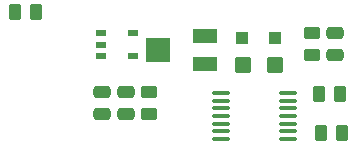
<source format=gbr>
%TF.GenerationSoftware,KiCad,Pcbnew,9.0.0*%
%TF.CreationDate,2025-04-10T05:16:25-06:00*%
%TF.ProjectId,WakeCircuit,57616b65-4369-4726-9375-69742e6b6963,rev?*%
%TF.SameCoordinates,Original*%
%TF.FileFunction,Paste,Top*%
%TF.FilePolarity,Positive*%
%FSLAX46Y46*%
G04 Gerber Fmt 4.6, Leading zero omitted, Abs format (unit mm)*
G04 Created by KiCad (PCBNEW 9.0.0) date 2025-04-10 05:16:25*
%MOMM*%
%LPD*%
G01*
G04 APERTURE LIST*
G04 Aperture macros list*
%AMRoundRect*
0 Rectangle with rounded corners*
0 $1 Rounding radius*
0 $2 $3 $4 $5 $6 $7 $8 $9 X,Y pos of 4 corners*
0 Add a 4 corners polygon primitive as box body*
4,1,4,$2,$3,$4,$5,$6,$7,$8,$9,$2,$3,0*
0 Add four circle primitives for the rounded corners*
1,1,$1+$1,$2,$3*
1,1,$1+$1,$4,$5*
1,1,$1+$1,$6,$7*
1,1,$1+$1,$8,$9*
0 Add four rect primitives between the rounded corners*
20,1,$1+$1,$2,$3,$4,$5,0*
20,1,$1+$1,$4,$5,$6,$7,0*
20,1,$1+$1,$6,$7,$8,$9,0*
20,1,$1+$1,$8,$9,$2,$3,0*%
G04 Aperture macros list end*
%ADD10RoundRect,0.250000X0.475000X-0.250000X0.475000X0.250000X-0.475000X0.250000X-0.475000X-0.250000X0*%
%ADD11RoundRect,0.250000X0.300000X0.300000X-0.300000X0.300000X-0.300000X-0.300000X0.300000X-0.300000X0*%
%ADD12RoundRect,0.250000X0.450000X-0.262500X0.450000X0.262500X-0.450000X0.262500X-0.450000X-0.262500X0*%
%ADD13RoundRect,0.250000X-0.475000X0.250000X-0.475000X-0.250000X0.475000X-0.250000X0.475000X0.250000X0*%
%ADD14RoundRect,0.250000X0.262500X0.450000X-0.262500X0.450000X-0.262500X-0.450000X0.262500X-0.450000X0*%
%ADD15R,0.972299X0.508000*%
%ADD16RoundRect,0.250000X-0.262500X-0.450000X0.262500X-0.450000X0.262500X0.450000X-0.262500X0.450000X0*%
%ADD17RoundRect,0.250000X-0.450000X-0.425000X0.450000X-0.425000X0.450000X0.425000X-0.450000X0.425000X0*%
%ADD18RoundRect,0.100000X0.637500X0.100000X-0.637500X0.100000X-0.637500X-0.100000X0.637500X-0.100000X0*%
%ADD19R,2.000000X1.300000*%
%ADD20R,2.000000X2.000000*%
G04 APERTURE END LIST*
D10*
%TO.C,C1*%
X121000000Y-104700000D03*
X121000000Y-102800000D03*
%TD*%
D11*
%TO.C,D1*%
X115900000Y-103250000D03*
X113100000Y-103250000D03*
%TD*%
D12*
%TO.C,R2*%
X105250000Y-107837500D03*
X105250000Y-109662500D03*
%TD*%
D10*
%TO.C,C4*%
X101250000Y-107800000D03*
X101250000Y-109700000D03*
%TD*%
D13*
%TO.C,C3*%
X103250000Y-109700000D03*
X103250000Y-107800000D03*
%TD*%
D14*
%TO.C,R1*%
X95662500Y-101000000D03*
X93837500Y-101000000D03*
%TD*%
D15*
%TO.C,U1*%
X103862451Y-102850080D03*
X103862451Y-104750000D03*
X101137549Y-104750000D03*
X101137549Y-103800040D03*
X101137549Y-102850080D03*
%TD*%
D16*
%TO.C,R5*%
X121575000Y-111250000D03*
X119750000Y-111250000D03*
%TD*%
D12*
%TO.C,R4*%
X119000000Y-104662500D03*
X119000000Y-102837500D03*
%TD*%
D17*
%TO.C,C2*%
X113150000Y-105500000D03*
X115850000Y-105500000D03*
%TD*%
D16*
%TO.C,R3*%
X121412500Y-108000000D03*
X119587500Y-108000000D03*
%TD*%
D18*
%TO.C,U3*%
X117000000Y-109850000D03*
X111275000Y-111150000D03*
X111275000Y-111800000D03*
X111275000Y-110500000D03*
X111275000Y-109850000D03*
X111275000Y-109200000D03*
X111275000Y-108550000D03*
X111275000Y-107900000D03*
X117000000Y-107900000D03*
X117000000Y-108550000D03*
X117000000Y-109200000D03*
X117000000Y-110500000D03*
X117000000Y-111150000D03*
X117000000Y-111800000D03*
%TD*%
D19*
%TO.C,RV1*%
X110000000Y-103100000D03*
D20*
X106000000Y-104250000D03*
D19*
X110000000Y-105400000D03*
%TD*%
M02*

</source>
